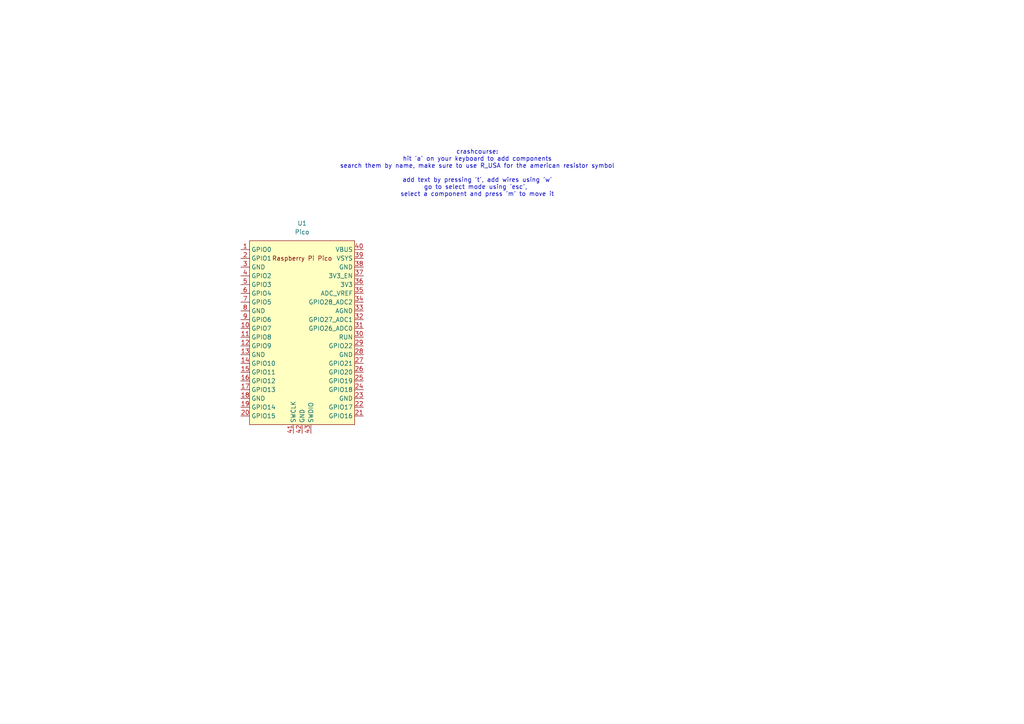
<source format=kicad_sch>
(kicad_sch (version 20240101) (generator "eeschema") (generator_version "8.99")
  (paper "A4")
  (lib_symbols
    (symbol "MCU_RaspberryPi_and_Boards:Pico"
      (property "Reference" "U" (at -13.97 27.94 0))
      (property "Value" "Pico" (at 0 19.05 0))
      (symbol "Pico_0_0"
        (text "Raspberry Pi Pico" (at 0 21.59 0) (effects (font (size 1.27 1.27))))
      )
      (symbol "Pico_0_1"
        (rectangle (start -15.24 26.67) (end 15.24 -26.67) (fill (type background)))
      )
      (symbol "Pico_1_1"
        (pin bidirectional line (at -17.78 24.13 0) (length 2.54) (name "GPIO0") (number "1"))
        (pin bidirectional line (at -17.78 1.27 0) (length 2.54) (name "GPIO7") (number "10"))
        (pin bidirectional line (at -17.78 -1.27 0) (length 2.54) (name "GPIO8") (number "11"))
        (pin bidirectional line (at -17.78 -3.81 0) (length 2.54) (name "GPIO9") (number "12"))
        (pin power_in line (at -17.78 -6.35 0) (length 2.54) (name "GND") (number "13"))
        (pin bidirectional line (at -17.78 -8.89 0) (length 2.54) (name "GPIO10") (number "14"))
        (pin bidirectional line (at -17.78 -11.43 0) (length 2.54) (name "GPIO11") (number "15"))
        (pin bidirectional line (at -17.78 -13.97 0) (length 2.54) (name "GPIO12") (number "16"))
        (pin bidirectional line (at -17.78 -16.51 0) (length 2.54) (name "GPIO13") (number "17"))
        (pin power_in line (at -17.78 -19.05 0) (length 2.54) (name "GND") (number "18"))
        (pin bidirectional line (at -17.78 -21.59 0) (length 2.54) (name "GPIO14") (number "19"))
        (pin bidirectional line (at -17.78 21.59 0) (length 2.54) (name "GPIO1") (number "2"))
        (pin bidirectional line (at -17.78 -24.13 0) (length 2.54) (name "GPIO15") (number "20"))
        (pin bidirectional line (at 17.78 -24.13 180) (length 2.54) (name "GPIO16") (number "21"))
        (pin bidirectional line (at 17.78 -21.59 180) (length 2.54) (name "GPIO17") (number "22"))
        (pin power_in line (at 17.78 -19.05 180) (length 2.54) (name "GND") (number "23"))
        (pin bidirectional line (at 17.78 -16.51 180) (length 2.54) (name "GPIO18") (number "24"))
        (pin bidirectional line (at 17.78 -13.97 180) (length 2.54) (name "GPIO19") (number "25"))
        (pin bidirectional line (at 17.78 -11.43 180) (length 2.54) (name "GPIO20") (number "26"))
        (pin bidirectional line (at 17.78 -8.89 180) (length 2.54) (name "GPIO21") (number "27"))
        (pin power_in line (at 17.78 -6.35 180) (length 2.54) (name "GND") (number "28"))
        (pin bidirectional line (at 17.78 -3.81 180) (length 2.54) (name "GPIO22") (number "29"))
        (pin power_in line (at -17.78 19.05 0) (length 2.54) (name "GND") (number "3"))
        (pin input line (at 17.78 -1.27 180) (length 2.54) (name "RUN") (number "30"))
        (pin bidirectional line (at 17.78 1.27 180) (length 2.54) (name "GPIO26_ADC0") (number "31"))
        (pin bidirectional line (at 17.78 3.81 180) (length 2.54) (name "GPIO27_ADC1") (number "32"))
        (pin power_in line (at 17.78 6.35 180) (length 2.54) (name "AGND") (number "33"))
        (pin bidirectional line (at 17.78 8.89 180) (length 2.54) (name "GPIO28_ADC2") (number "34"))
        (pin power_in line (at 17.78 11.43 180) (length 2.54) (name "ADC_VREF") (number "35"))
        (pin power_in line (at 17.78 13.97 180) (length 2.54) (name "3V3") (number "36"))
        (pin input line (at 17.78 16.51 180) (length 2.54) (name "3V3_EN") (number "37"))
        (pin bidirectional line (at 17.78 19.05 180) (length 2.54) (name "GND") (number "38"))
        (pin power_in line (at 17.78 21.59 180) (length 2.54) (name "VSYS") (number "39"))
        (pin bidirectional line (at -17.78 16.51 0) (length 2.54) (name "GPIO2") (number "4"))
        (pin power_in line (at 17.78 24.13 180) (length 2.54) (name "VBUS") (number "40"))
        (pin input line (at -2.54 -29.21 90) (length 2.54) (name "SWCLK") (number "41"))
        (pin power_in line (at 0 -29.21 90) (length 2.54) (name "GND") (number "42"))
        (pin bidirectional line (at 2.54 -29.21 90) (length 2.54) (name "SWDIO") (number "43"))
        (pin bidirectional line (at -17.78 13.97 0) (length 2.54) (name "GPIO3") (number "5"))
        (pin bidirectional line (at -17.78 11.43 0) (length 2.54) (name "GPIO4") (number "6"))
        (pin bidirectional line (at -17.78 8.89 0) (length 2.54) (name "GPIO5") (number "7"))
        (pin power_in line (at -17.78 6.35 0) (length 2.54) (name "GND") (number "8"))
        (pin bidirectional line (at -17.78 3.81 0) (length 2.54) (name "GPIO6") (number "9"))
      )
    )
  )
  (text "crashcourse:\nhit 'a' on your keyboard to add components\nsearch them by name, make sure to use R_USA for the american resistor symbol\n\nadd text by pressing 't', add wires using 'w'\ngo to select mode using 'esc', \nselect a component and press 'm' to move it" (at 138.43 50.292 0) (effects (font (size 1.27 1.27))))
  (symbol (lib_id "MCU_RaspberryPi_and_Boards:Pico") (at 87.63 96.52 0) (unit 1)
    (property "Reference" "U1" (at 87.63 64.77 0))
    (property "Value" "Pico" (at 87.63 67.31 0))
    (property "Footprint" "RPi_Pico:RPi_Pico_SMD_TH" (effects (hide yes)))
  )
)
</source>
